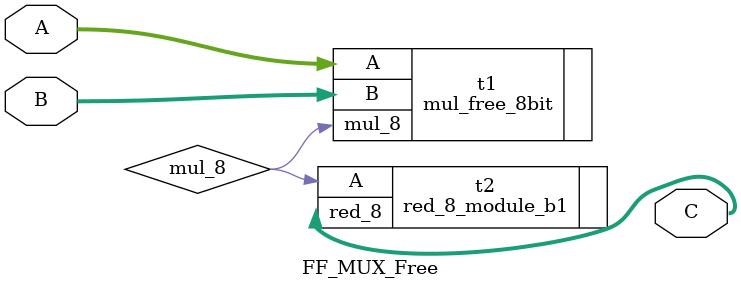
<source format=v>
`timescale 1ns / 1ps


module FF_MUX_Free(
    input [7:0] A,
    input [7:0] B,
    output [7:0] C
    );
    wire mul_8;
    
    mul_free_8bit t1 (
    .A(A),
    .B(B),
    .mul_8(mul_8)
    );
    
    red_8_module_b1 t2(
    .A(mul_8),
    .red_8(C)
    );
    
endmodule

</source>
